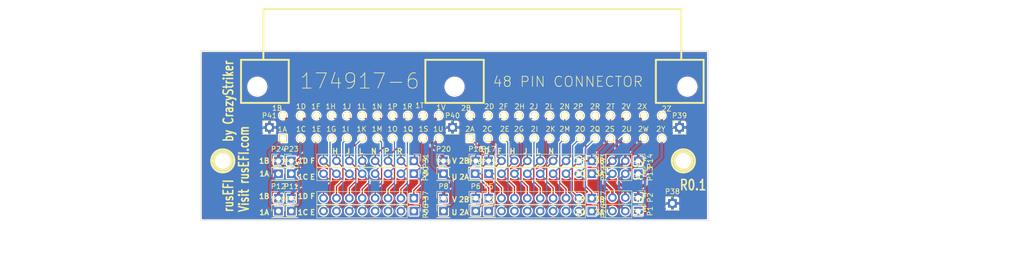
<source format=kicad_pcb>
(kicad_pcb (version 20171130) (host pcbnew "(5.1.2)-1")
  (title_block (title "ECU adapter") (date 2017-02-05) (rev R0.2) (company DAECU))
  (layers (0 F.Cu signal) (31 B.Cu signal) (34 B.Paste user) (35 F.Paste user) (36 B.SilkS user) (37 F.SilkS user) (38 B.Mask user) (39 F.Mask user) (44 Edge.Cuts user))
  (net 0 "")
  (net 1 GND)
  (net 2 "Net-(P1-Pad1)")
  (net 3 "Net-(P1-Pad2)")
  (net 4 "Net-(P1-Pad3)")
  (net 5 "Net-(P10-Pad1)")
  (net 6 "Net-(P11-Pad1)")
  (net 7 "Net-(P12-Pad1)")
  (net 8 "Net-(P14-Pad1)")
  (net 9 "Net-(P14-Pad2)")
  (net 10 "Net-(P14-Pad3)")
  (net 11 "Net-(P15-Pad1)")
  (net 12 "Net-(P16-Pad1)")
  (net 13 "Net-(P17-Pad1)")
  (net 14 "Net-(P18-Pad1)")
  (net 15 "Net-(P19-Pad1)")
  (net 16 "Net-(P20-Pad1)")
  (net 17 "Net-(P21-Pad1)")
  (net 18 "Net-(P25-Pad45)")
  (net 19 "Net-(P25-Pad37)")
  (net 20 "Net-(P25-Pad38)")
  (net 21 "Net-(P25-Pad46)")
  (net 22 "Net-(P25-Pad48)")
  (net 23 "Net-(P25-Pad40)")
  (net 24 "Net-(P25-Pad39)")
  (net 25 "Net-(P25-Pad47)")
  (net 26 "Net-(P25-Pad43)")
  (net 27 "Net-(P25-Pad35)")
  (net 28 "Net-(P25-Pad36)")
  (net 29 "Net-(P25-Pad44)")
  (net 30 "Net-(P25-Pad42)")
  (net 31 "Net-(P25-Pad34)")
  (net 32 "Net-(P25-Pad33)")
  (net 33 "Net-(P25-Pad41)")
  (net 34 "Net-(P25-Pad21)")
  (net 35 "Net-(P25-Pad29)")
  (net 36 "Net-(P25-Pad22)")
  (net 37 "Net-(P25-Pad30)")
  (net 38 "Net-(P25-Pad24)")
  (net 39 "Net-(P25-Pad32)")
  (net 40 "Net-(P25-Pad23)")
  (net 41 "Net-(P25-Pad31)")
  (net 42 "Net-(P25-Pad19)")
  (net 43 "Net-(P25-Pad27)")
  (net 44 "Net-(P25-Pad20)")
  (net 45 "Net-(P25-Pad28)")
  (net 46 "Net-(P25-Pad18)")
  (net 47 "Net-(P25-Pad26)")
  (net 48 "Net-(P25-Pad17)")
  (net 49 "Net-(P25-Pad25)")
  (module connector:174917 (layer F.Cu) (at 69.723 57.785)
    (fp_text reference P25 hide)
    (fp_text value 174917 hide)
    (fp_text user "48 PIN CONNECTOR" (at 56.134 -11.176) (layer F.SilkS) (effects (font (size 2 2))))
    (fp_text user 174917-6 (at 15.113 -11.303) (layer F.SilkS) (effects (font (size 3 3))))
    (fp_text user 2Z (at 75.565 -5.842) (layer F.SilkS))
    (fp_text user 2Y (at 74.422 -1.841) (layer F.SilkS))
    (fp_text user 2X (at 70.739 -6.294) (layer F.SilkS))
    (fp_text user 2W (at 70.993 -1.841) (layer F.SilkS))
    (fp_text user 2V (at 67.564 -6.294) (layer F.SilkS))
    (fp_text user 2U (at 67.691 -1.841) (layer F.SilkS))
    (fp_text user 2T (at 64.516 -6.294) (layer F.SilkS))
    (fp_text user 2S (at 64.389 -1.841) (layer F.SilkS))
    (fp_text user 2R (at 61.468 -6.294) (layer F.SilkS))
    (fp_text user 2Q (at 61.468 -1.841) (layer F.SilkS))
    (fp_text user 2P (at 58.166 -6.294) (layer F.SilkS))
    (fp_text user 2O (at 58.547 -1.841) (layer F.SilkS))
    (fp_text user 2N (at 55.499 -6.294) (layer F.SilkS))
    (fp_text user 2M (at 55.499 -1.841) (layer F.SilkS))
    (fp_text user 2L (at 52.451 -6.294) (layer F.SilkS))
    (fp_text user 2K (at 52.705 -1.841) (layer F.SilkS))
    (fp_text user 2J (at 49.403 -6.294) (layer F.SilkS))
    (fp_text user 2I (at 49.53 -1.841) (layer F.SilkS))
    (fp_text user 2H (at 46.609 -6.294) (layer F.SilkS))
    (fp_text user 2G (at 46.482 -1.841) (layer F.SilkS))
    (fp_text user 2F (at 43.434 -6.294) (layer F.SilkS))
    (fp_text user 2E (at 43.688 -1.841) (layer F.SilkS))
    (fp_text user 2D (at 40.64 -6.294) (layer F.SilkS))
    (fp_text user 2C (at 40.259 -1.841) (layer F.SilkS))
    (fp_text user 2B (at 36.068 -5.969) (layer F.SilkS))
    (fp_text user 2A (at 36.83 -1.841) (layer F.SilkS))
    (fp_text user 1V (at 31.115 -6.096) (layer F.SilkS))
    (fp_text user 1U (at 30.607 -1.841) (layer F.SilkS))
    (fp_text user 1T (at 26.924 -6.477) (layer F.SilkS))
    (fp_text user 1S (at 27.686 -1.841) (layer F.SilkS))
    (fp_text user 1R (at 24.511 -6.294) (layer F.SilkS))
    (fp_text user 1Q (at 24.638 -1.841) (layer F.SilkS))
    (fp_text user 1P (at 21.59 -6.294) (layer F.SilkS))
    (fp_text user 1O (at 21.59 -1.841) (layer F.SilkS))
    (fp_text user 1N (at 18.542 -6.294) (layer F.SilkS))
    (fp_text user 1M (at 18.542 -1.841) (layer F.SilkS))
    (fp_text user 1L (at 15.494 -6.294) (layer F.SilkS))
    (fp_text user 1K (at 15.494 -1.841) (layer F.SilkS))
    (fp_text user 1J (at 12.573 -6.294) (layer F.SilkS))
    (fp_text user 1I (at 12.319 -1.841) (layer F.SilkS))
    (fp_text user 1H (at 9.398 -6.294) (layer F.SilkS))
    (fp_text user 1G (at 9.525 -1.841) (layer F.SilkS))
    (fp_text user 1F (at 6.477 -6.294) (layer F.SilkS))
    (fp_text user 1E (at 6.604 -1.841) (layer F.SilkS))
    (fp_text user 1D (at 3.556 -6.294) (layer F.SilkS))
    (fp_text user 1C (at 3.556 -1.841) (layer F.SilkS))
    (fp_text user 1B (at -1.143 -5.969) (layer F.SilkS))
    (fp_text user 1A (at -0.127 -1.778) (layer F.SilkS))
    (pad 16 thru_hole circle (at 0.00254 -4.50088 180) (size 1.5 1.5) (drill 1.09982) (layers *.Cu *.Mask F.SilkS) (net 7 "Net-(P12-Pad1)"))
    (pad 13 thru_hole rect (at 0.00254 0) (size 1.5 1.5) (drill 1.09982) (layers *.Cu *.Mask F.SilkS) (net 5 "Net-(P10-Pad1)"))
    (pad 12 thru_hole circle (at 3.50012 0) (size 1.5 1.5) (drill 1.09982) (layers *.Cu *.Mask F.SilkS) (net 17 "Net-(P21-Pad1)"))
    (pad 15 thru_hole circle (at 3.50012 -4.50088 180) (size 1.5 1.5) (drill 1.09982) (layers *.Cu *.Mask F.SilkS) (net 6 "Net-(P11-Pad1)"))
    (pad 45 thru_hole circle (at 15.60068 -4.50088 180) (size 1.5 1.5) (drill 1.09982) (layers *.Cu *.Mask F.SilkS) (net 18 "Net-(P25-Pad45)"))
    (pad 37 thru_hole circle (at 15.60068 0) (size 1.5 1.5) (drill 1.09982) (layers *.Cu *.Mask F.SilkS) (net 19 "Net-(P25-Pad37)"))
    (pad 38 thru_hole circle (at 12.60094 0) (size 1.5 1.5) (drill 1.09982) (layers *.Cu *.Mask F.SilkS) (net 20 "Net-(P25-Pad38)"))
    (pad 46 thru_hole circle (at 12.60094 -4.50088 180) (size 1.5 1.5) (drill 1.09982) (layers *.Cu *.Mask F.SilkS) (net 21 "Net-(P25-Pad46)"))
    (pad 48 thru_hole circle (at 6.60146 -4.50088 180) (size 1.5 1.5) (drill 1.09982) (layers *.Cu *.Mask F.SilkS) (net 22 "Net-(P25-Pad48)"))
    (pad 40 thru_hole circle (at 6.60146 0) (size 1.5 1.5) (drill 1.09982) (layers *.Cu *.Mask F.SilkS) (net 23 "Net-(P25-Pad40)"))
    (pad 39 thru_hole circle (at 9.6012 0) (size 1.5 1.5) (drill 1.09982) (layers *.Cu *.Mask F.SilkS) (net 24 "Net-(P25-Pad39)"))
    (pad 47 thru_hole circle (at 9.6012 -4.50088 180) (size 1.5 1.5) (drill 1.09982) (layers *.Cu *.Mask F.SilkS) (net 25 "Net-(P25-Pad47)"))
    (pad 43 thru_hole circle (at 21.60016 -4.50088 180) (size 1.5 1.5) (drill 1.09982) (layers *.Cu *.Mask F.SilkS) (net 26 "Net-(P25-Pad43)"))
    (pad 35 thru_hole circle (at 21.60016 0) (size 1.5 1.5) (drill 1.09982) (layers *.Cu *.Mask F.SilkS) (net 27 "Net-(P25-Pad35)"))
    (pad 36 thru_hole circle (at 18.60042 0) (size 1.5 1.5) (drill 1.09982) (layers *.Cu *.Mask F.SilkS) (net 28 "Net-(P25-Pad36)"))
    (pad 44 thru_hole circle (at 18.60042 -4.50088 180) (size 1.5 1.5) (drill 1.09982) (layers *.Cu *.Mask F.SilkS) (net 29 "Net-(P25-Pad44)"))
    (pad 42 thru_hole circle (at 24.5999 -4.50088 180) (size 1.5 1.5) (drill 1.09982) (layers *.Cu *.Mask F.SilkS) (net 30 "Net-(P25-Pad42)"))
    (pad 34 thru_hole circle (at 24.5999 0) (size 1.5 1.5) (drill 1.09982) (layers *.Cu *.Mask F.SilkS) (net 31 "Net-(P25-Pad34)"))
    (pad 33 thru_hole circle (at 27.59964 0) (size 1.5 1.5) (drill 1.09982) (layers *.Cu *.Mask F.SilkS) (net 32 "Net-(P25-Pad33)"))
    (pad 41 thru_hole circle (at 27.59964 -4.50088 180) (size 1.5 1.5) (drill 1.09982) (layers *.Cu *.Mask F.SilkS) (net 33 "Net-(P25-Pad41)"))
    (pad 14 thru_hole circle (at 30.70098 -4.50088 180) (size 1.5 1.5) (drill 1.09982) (layers *.Cu *.Mask F.SilkS) (net 16 "Net-(P20-Pad1)"))
    (pad 11 thru_hole circle (at 30.70098 0) (size 1.5 1.5) (drill 1.09982) (layers *.Cu *.Mask F.SilkS) (net 15 "Net-(P19-Pad1)"))
    (pad 4 thru_hole circle (at 40.40124 0) (size 1.5 1.5) (drill 1.09982) (layers *.Cu *.Mask F.SilkS) (net 11 "Net-(P15-Pad1)"))
    (pad 9 thru_hole circle (at 40.40124 -4.50088 180) (size 1.5 1.5) (drill 1.09982) (layers *.Cu *.Mask F.SilkS) (net 13 "Net-(P17-Pad1)"))
    (pad 5 thru_hole rect (at 36.90112 0) (size 1.5 1.5) (drill 1.09982) (layers *.Cu *.Mask F.SilkS) (net 12 "Net-(P16-Pad1)"))
    (pad 10 thru_hole circle (at 36.90112 -4.50088 180) (size 1.5 1.5) (drill 1.09982) (layers *.Cu *.Mask F.SilkS) (net 14 "Net-(P18-Pad1)"))
    (pad 21 thru_hole circle (at 52.50434 0) (size 1.5 1.5) (drill 1.09982) (layers *.Cu *.Mask F.SilkS) (net 34 "Net-(P25-Pad21)"))
    (pad 29 thru_hole circle (at 52.50434 -4.50088 180) (size 1.5 1.5) (drill 1.09982) (layers *.Cu *.Mask F.SilkS) (net 35 "Net-(P25-Pad29)"))
    (pad 22 thru_hole circle (at 49.5046 0) (size 1.5 1.5) (drill 1.09982) (layers *.Cu *.Mask F.SilkS) (net 36 "Net-(P25-Pad22)"))
    (pad 30 thru_hole circle (at 49.5046 -4.50088 180) (size 1.5 1.5) (drill 1.09982) (layers *.Cu *.Mask F.SilkS) (net 37 "Net-(P25-Pad30)"))
    (pad 24 thru_hole circle (at 43.50512 0) (size 1.5 1.5) (drill 1.09982) (layers *.Cu *.Mask F.SilkS) (net 38 "Net-(P25-Pad24)"))
    (pad 32 thru_hole circle (at 43.50512 -4.50088 180) (size 1.5 1.5) (drill 1.09982) (layers *.Cu *.Mask F.SilkS) (net 39 "Net-(P25-Pad32)"))
    (pad 23 thru_hole circle (at 46.50486 0) (size 1.5 1.5) (drill 1.09982) (layers *.Cu *.Mask F.SilkS) (net 40 "Net-(P25-Pad23)"))
    (pad 31 thru_hole circle (at 46.50486 -4.50088 180) (size 1.5 1.5) (drill 1.09982) (layers *.Cu *.Mask F.SilkS) (net 41 "Net-(P25-Pad31)"))
    (pad 19 thru_hole circle (at 58.50382 0) (size 1.5 1.5) (drill 1.09982) (layers *.Cu *.Mask F.SilkS) (net 42 "Net-(P25-Pad19)"))
    (pad 27 thru_hole circle (at 58.50382 -4.50088 180) (size 1.5 1.5) (drill 1.09982) (layers *.Cu *.Mask F.SilkS) (net 43 "Net-(P25-Pad27)"))
    (pad 20 thru_hole circle (at 55.50408 0) (size 1.5 1.5) (drill 1.09982) (layers *.Cu *.Mask F.SilkS) (net 44 "Net-(P25-Pad20)"))
    (pad 28 thru_hole circle (at 55.50408 -4.50088 180) (size 1.5 1.5) (drill 1.09982) (layers *.Cu *.Mask F.SilkS) (net 45 "Net-(P25-Pad28)"))
    (pad 18 thru_hole circle (at 61.50356 0) (size 1.5 1.5) (drill 1.09982) (layers *.Cu *.Mask F.SilkS) (net 46 "Net-(P25-Pad18)"))
    (pad 26 thru_hole circle (at 61.50356 -4.50088 180) (size 1.5 1.5) (drill 1.09982) (layers *.Cu *.Mask F.SilkS) (net 47 "Net-(P25-Pad26)"))
    (pad 17 thru_hole circle (at 64.5033 0) (size 1.5 1.5) (drill 1.09982) (layers *.Cu *.Mask F.SilkS) (net 48 "Net-(P25-Pad17)"))
    (pad 25 thru_hole circle (at 64.5033 -4.50088 180) (size 1.5 1.5) (drill 1.09982) (layers *.Cu *.Mask F.SilkS) (net 49 "Net-(P25-Pad25)"))
    (pad 3 thru_hole circle (at 67.60464 0) (size 1.5 1.5) (drill 1.09982) (layers *.Cu *.Mask F.SilkS) (net 4 "Net-(P1-Pad3)"))
    (pad 8 thru_hole circle (at 67.60464 -4.50088 180) (size 1.5 1.5) (drill 1.09982) (layers *.Cu *.Mask F.SilkS) (net 10 "Net-(P14-Pad3)"))
    (pad 2 thru_hole circle (at 71.10476 0) (size 1.5 1.5) (drill 1.09982) (layers *.Cu *.Mask F.SilkS) (net 3 "Net-(P1-Pad2)"))
    (pad 7 thru_hole circle (at 71.10476 -4.50088 180) (size 1.5 1.5) (drill 1.09982) (layers *.Cu *.Mask F.SilkS) (net 9 "Net-(P14-Pad2)"))
    (pad "" thru_hole circle (at -5.04952 -10.20064) (size 3.50012 3.50012) (drill 3.50012) (layers *.Cu *.Mask F.SilkS))
    (pad "" thru_hole circle (at 33.80486 -10.20064) (size 3.50012 3.50012) (drill 3.50012) (layers *.Cu *.Mask F.SilkS))
    (pad 1 thru_hole circle (at 74.60488 0) (size 1.5 1.5) (drill 1.09982) (layers *.Cu *.Mask F.SilkS) (net 2 "Net-(P1-Pad1)"))
    (pad 6 thru_hole circle (at 74.60488 -4.50088 180) (size 1.5 1.5) (drill 1.09982) (layers *.Cu *.Mask F.SilkS) (net 8 "Net-(P14-Pad1)"))
    (pad "" thru_hole circle (at 79.6544 -10.20064) (size 3.50012 3.50012) (drill 3.50012) (layers *.Cu *.Mask F.SilkS))
  )
  (module 1pin (layer F.Cu) (at 57.88 62.23)
    (fp_text reference 1PIN hide)
    (fp_text value P*** hide)
    (pad 1 thru_hole circle (at 0 0) (size 4.064 4.064) (drill 3.048) (layers *.Cu *.Mask F.SilkS))
  )
  (module 1pin (layer F.Cu) (at 148.59 62.23)
    (fp_text reference 1PIN hide)
    (fp_text value P*** hide)
    (pad 1 thru_hole circle (at 0 0) (size 4.064 4.064) (drill 3.048) (layers *.Cu *.Mask F.SilkS))
  )
  (module Connector_PinHeader_2.54mm:PinHeader_1x03_P2.54mm_Vertical (layer F.Cu) (at 139.7 72.136 270)
    (fp_text reference P1 (at 0 -2.33 90) (layer F.SilkS))
    (fp_text value CONN_3)
    (pad 1 thru_hole rect (at 0 0 270) (size 1.7 1.7) (drill 1) (layers *.Cu *.Mask) (net 2 "Net-(P1-Pad1)"))
    (pad 2 thru_hole oval (at 0 2.54 270) (size 1.7 1.7) (drill 1) (layers *.Cu *.Mask) (net 3 "Net-(P1-Pad2)"))
    (pad 3 thru_hole oval (at 0 5.08 270) (size 1.7 1.7) (drill 1) (layers *.Cu *.Mask) (net 4 "Net-(P1-Pad3)"))
  )
  (module Connector_PinHeader_2.54mm:PinHeader_1x03_P2.54mm_Vertical (layer F.Cu) (at 139.7 69.469 270)
    (fp_text reference P2 (at 0 -2.33 90) (layer F.SilkS))
    (fp_text value CONN_3)
    (pad 3 thru_hole oval (at 0 5.08 270) (size 1.7 1.7) (drill 1) (layers *.Cu *.Mask) (net 10 "Net-(P14-Pad3)"))
    (pad 2 thru_hole oval (at 0 2.54 270) (size 1.7 1.7) (drill 1) (layers *.Cu *.Mask) (net 9 "Net-(P14-Pad2)"))
    (pad 1 thru_hole rect (at 0 0 270) (size 1.7 1.7) (drill 1) (layers *.Cu *.Mask) (net 8 "Net-(P14-Pad1)"))
  )
  (module Connector_PinHeader_2.54mm:PinHeader_1x01_P2.54mm_Vertical (layer F.Cu) (at 110.236 72.136)
    (fp_text reference P3 (at 0 -2.33) (layer F.SilkS))
    (fp_text value CONN_1)
    (pad 1 thru_hole rect (at 0 0) (size 1.7 1.7) (drill 1) (layers *.Cu *.Mask) (net 11 "Net-(P15-Pad1)"))
  )
  (module Connector_PinHeader_2.54mm:PinHeader_1x01_P2.54mm_Vertical (layer F.Cu) (at 107.696 72.136)
    (fp_text reference P4 (at 0 -2.33) (layer F.SilkS))
    (fp_text value CONN_1)
    (pad 1 thru_hole rect (at 0 0) (size 1.7 1.7) (drill 1) (layers *.Cu *.Mask) (net 12 "Net-(P16-Pad1)"))
  )
  (module Connector_PinHeader_2.54mm:PinHeader_1x01_P2.54mm_Vertical (layer F.Cu) (at 110.236 69.596)
    (fp_text reference P5 (at 0 -2.33) (layer F.SilkS))
    (fp_text value CONN_1)
    (pad 1 thru_hole rect (at 0 0) (size 1.7 1.7) (drill 1) (layers *.Cu *.Mask) (net 13 "Net-(P17-Pad1)"))
  )
  (module Connector_PinHeader_2.54mm:PinHeader_1x01_P2.54mm_Vertical (layer F.Cu) (at 107.696 69.596)
    (fp_text reference P6 (at 0 -2.33) (layer F.SilkS))
    (fp_text value CONN_1)
    (pad 1 thru_hole rect (at 0 0) (size 1.7 1.7) (drill 1) (layers *.Cu *.Mask) (net 14 "Net-(P18-Pad1)"))
  )
  (module Connector_PinHeader_2.54mm:PinHeader_1x01_P2.54mm_Vertical (layer F.Cu) (at 101.346 72.136)
    (fp_text reference P7 (at 0 -2.33) (layer F.SilkS))
    (fp_text value CONN_1)
    (pad 1 thru_hole rect (at 0 0) (size 1.7 1.7) (drill 1) (layers *.Cu *.Mask) (net 15 "Net-(P19-Pad1)"))
  )
  (module Connector_PinHeader_2.54mm:PinHeader_1x01_P2.54mm_Vertical (layer F.Cu) (at 101.346 69.596)
    (fp_text reference P8 (at 0 -2.33) (layer F.SilkS))
    (fp_text value CONN_1)
    (pad 1 thru_hole rect (at 0 0) (size 1.7 1.7) (drill 1) (layers *.Cu *.Mask) (net 16 "Net-(P20-Pad1)"))
  )
  (module Connector_PinHeader_2.54mm:PinHeader_1x01_P2.54mm_Vertical (layer F.Cu) (at 71.374 72.136)
    (fp_text reference P9 (at 0 -2.33) (layer F.SilkS))
    (fp_text value CONN_1)
    (pad 1 thru_hole rect (at 0 0) (size 1.7 1.7) (drill 1) (layers *.Cu *.Mask) (net 17 "Net-(P21-Pad1)"))
  )
  (module Connector_PinHeader_2.54mm:PinHeader_1x01_P2.54mm_Vertical (layer F.Cu) (at 68.834 72.136)
    (fp_text reference P10 (at 0 -2.33) (layer F.SilkS))
    (fp_text value CONN_1)
    (pad 1 thru_hole rect (at 0 0) (size 1.7 1.7) (drill 1) (layers *.Cu *.Mask) (net 5 "Net-(P10-Pad1)"))
  )
  (module Connector_PinHeader_2.54mm:PinHeader_1x01_P2.54mm_Vertical (layer F.Cu) (at 71.374 69.596)
    (fp_text reference P11 (at 0 -2.33) (layer F.SilkS))
    (fp_text value CONN_1)
    (pad 1 thru_hole rect (at 0 0) (size 1.7 1.7) (drill 1) (layers *.Cu *.Mask) (net 6 "Net-(P11-Pad1)"))
  )
  (module Connector_PinHeader_2.54mm:PinHeader_1x01_P2.54mm_Vertical (layer F.Cu) (at 68.834 69.596)
    (fp_text reference P12 (at 0 -2.33) (layer F.SilkS))
    (fp_text value CONN_1)
    (pad 1 thru_hole rect (at 0 0) (size 1.7 1.7) (drill 1) (layers *.Cu *.Mask) (net 7 "Net-(P12-Pad1)"))
  )
  (module Connector_PinHeader_2.54mm:PinHeader_1x03_P2.54mm_Vertical (layer F.Cu) (at 139.7 64.77 270)
    (fp_text reference P13 (at 0 -2.33 90) (layer F.SilkS))
    (fp_text value CONN_3)
    (pad 3 thru_hole oval (at 0 5.08 270) (size 1.7 1.7) (drill 1) (layers *.Cu *.Mask) (net 4 "Net-(P1-Pad3)"))
    (pad 2 thru_hole oval (at 0 2.54 270) (size 1.7 1.7) (drill 1) (layers *.Cu *.Mask) (net 3 "Net-(P1-Pad2)"))
    (pad 1 thru_hole rect (at 0 0 270) (size 1.7 1.7) (drill 1) (layers *.Cu *.Mask) (net 2 "Net-(P1-Pad1)"))
  )
  (module Connector_PinHeader_2.54mm:PinHeader_1x03_P2.54mm_Vertical (layer F.Cu) (at 139.7 62.23 270)
    (fp_text reference P14 (at 0 -2.33 90) (layer F.SilkS))
    (fp_text value CONN_3)
    (pad 1 thru_hole rect (at 0 0 270) (size 1.7 1.7) (drill 1) (layers *.Cu *.Mask) (net 8 "Net-(P14-Pad1)"))
    (pad 2 thru_hole oval (at 0 2.54 270) (size 1.7 1.7) (drill 1) (layers *.Cu *.Mask) (net 9 "Net-(P14-Pad2)"))
    (pad 3 thru_hole oval (at 0 5.08 270) (size 1.7 1.7) (drill 1) (layers *.Cu *.Mask) (net 10 "Net-(P14-Pad3)"))
  )
  (module Connector_PinHeader_2.54mm:PinHeader_1x01_P2.54mm_Vertical (layer F.Cu) (at 110.236 64.77)
    (fp_text reference P15 (at 0 -2.33) (layer F.SilkS))
    (fp_text value CONN_1)
    (pad 1 thru_hole rect (at 0 0) (size 1.7 1.7) (drill 1) (layers *.Cu *.Mask) (net 11 "Net-(P15-Pad1)"))
  )
  (module Connector_PinHeader_2.54mm:PinHeader_1x01_P2.54mm_Vertical (layer F.Cu) (at 107.569 64.77)
    (fp_text reference P16 (at 0 -2.33) (layer F.SilkS))
    (fp_text value CONN_1)
    (pad 1 thru_hole rect (at 0 0) (size 1.7 1.7) (drill 1) (layers *.Cu *.Mask) (net 12 "Net-(P16-Pad1)"))
  )
  (module Connector_PinHeader_2.54mm:PinHeader_1x01_P2.54mm_Vertical (layer F.Cu) (at 110.236 62.23)
    (fp_text reference P17 (at 0 -2.33) (layer F.SilkS))
    (fp_text value CONN_1)
    (pad 1 thru_hole rect (at 0 0) (size 1.7 1.7) (drill 1) (layers *.Cu *.Mask) (net 13 "Net-(P17-Pad1)"))
  )
  (module Connector_PinHeader_2.54mm:PinHeader_1x01_P2.54mm_Vertical (layer F.Cu) (at 107.696 62.23)
    (fp_text reference P18 (at 0 -2.33) (layer F.SilkS))
    (fp_text value CONN_1)
    (pad 1 thru_hole rect (at 0 0) (size 1.7 1.7) (drill 1) (layers *.Cu *.Mask) (net 14 "Net-(P18-Pad1)"))
  )
  (module Connector_PinHeader_2.54mm:PinHeader_1x01_P2.54mm_Vertical (layer F.Cu) (at 101.346 64.77)
    (fp_text reference P19 (at 0 -2.33) (layer F.SilkS))
    (fp_text value CONN_1)
    (pad 1 thru_hole rect (at 0 0) (size 1.7 1.7) (drill 1) (layers *.Cu *.Mask) (net 15 "Net-(P19-Pad1)"))
  )
  (module Connector_PinHeader_2.54mm:PinHeader_1x01_P2.54mm_Vertical (layer F.Cu) (at 101.346 62.23)
    (fp_text reference P20 (at 0 -2.33) (layer F.SilkS))
    (fp_text value CONN_1)
    (pad 1 thru_hole rect (at 0 0) (size 1.7 1.7) (drill 1) (layers *.Cu *.Mask) (net 16 "Net-(P20-Pad1)"))
  )
  (module Connector_PinHeader_2.54mm:PinHeader_1x01_P2.54mm_Vertical (layer F.Cu) (at 71.374 64.77)
    (fp_text reference P21 (at 0 -2.33) (layer F.SilkS))
    (fp_text value CONN_1)
    (pad 1 thru_hole rect (at 0 0) (size 1.7 1.7) (drill 1) (layers *.Cu *.Mask) (net 17 "Net-(P21-Pad1)"))
  )
  (module Connector_PinHeader_2.54mm:PinHeader_1x01_P2.54mm_Vertical (layer F.Cu) (at 68.834 64.77)
    (fp_text reference P22 (at 0 -2.33) (layer F.SilkS))
    (fp_text value CONN_1)
    (pad 1 thru_hole rect (at 0 0) (size 1.7 1.7) (drill 1) (layers *.Cu *.Mask) (net 5 "Net-(P10-Pad1)"))
  )
  (module Connector_PinHeader_2.54mm:PinHeader_1x01_P2.54mm_Vertical (layer F.Cu) (at 71.374 62.23)
    (fp_text reference P23 (at 0 -2.33) (layer F.SilkS))
    (fp_text value CONN_1)
    (pad 1 thru_hole rect (at 0 0) (size 1.7 1.7) (drill 1) (layers *.Cu *.Mask) (net 6 "Net-(P11-Pad1)"))
  )
  (module Connector_PinHeader_2.54mm:PinHeader_1x01_P2.54mm_Vertical (layer F.Cu) (at 68.834 62.23)
    (fp_text reference P24 (at 0 -2.33) (layer F.SilkS))
    (fp_text value CONN_1)
    (pad 1 thru_hole rect (at 0 0) (size 1.7 1.7) (drill 1) (layers *.Cu *.Mask) (net 7 "Net-(P12-Pad1)"))
  )
  (module Connector_PinHeader_2.54mm:PinHeader_1x08_P2.54mm_Vertical (layer F.Cu) (at 130.556 72.136 270)
    (fp_text reference P26 (at 0 -2.33 90) (layer F.SilkS))
    (fp_text value CONN_8)
    (pad 1 thru_hole rect (at 0 0 270) (size 1.7 1.7) (drill 1) (layers *.Cu *.Mask) (net 48 "Net-(P25-Pad17)"))
    (pad 2 thru_hole oval (at 0 2.54 270) (size 1.7 1.7) (drill 1) (layers *.Cu *.Mask) (net 46 "Net-(P25-Pad18)"))
    (pad 3 thru_hole oval (at 0 5.08 270) (size 1.7 1.7) (drill 1) (layers *.Cu *.Mask) (net 42 "Net-(P25-Pad19)"))
    (pad 4 thru_hole oval (at 0 7.62 270) (size 1.7 1.7) (drill 1) (layers *.Cu *.Mask) (net 44 "Net-(P25-Pad20)"))
    (pad 5 thru_hole oval (at 0 10.16 270) (size 1.7 1.7) (drill 1) (layers *.Cu *.Mask) (net 34 "Net-(P25-Pad21)"))
    (pad 6 thru_hole oval (at 0 12.7 270) (size 1.7 1.7) (drill 1) (layers *.Cu *.Mask) (net 36 "Net-(P25-Pad22)"))
    (pad 7 thru_hole oval (at 0 15.24 270) (size 1.7 1.7) (drill 1) (layers *.Cu *.Mask) (net 40 "Net-(P25-Pad23)"))
    (pad 8 thru_hole oval (at 0 17.78 270) (size 1.7 1.7) (drill 1) (layers *.Cu *.Mask) (net 38 "Net-(P25-Pad24)"))
  )
  (module Connector_PinHeader_2.54mm:PinHeader_1x08_P2.54mm_Vertical (layer F.Cu) (at 130.556 69.596 270)
    (fp_text reference P27 (at 0 -2.33 90) (layer F.SilkS))
    (fp_text value CONN_8)
    (pad 8 thru_hole oval (at 0 17.78 270) (size 1.7 1.7) (drill 1) (layers *.Cu *.Mask) (net 39 "Net-(P25-Pad32)"))
    (pad 7 thru_hole oval (at 0 15.24 270) (size 1.7 1.7) (drill 1) (layers *.Cu *.Mask) (net 41 "Net-(P25-Pad31)"))
    (pad 6 thru_hole oval (at 0 12.7 270) (size 1.7 1.7) (drill 1) (layers *.Cu *.Mask) (net 37 "Net-(P25-Pad30)"))
    (pad 5 thru_hole oval (at 0 10.16 270) (size 1.7 1.7) (drill 1) (layers *.Cu *.Mask) (net 35 "Net-(P25-Pad29)"))
    (pad 4 thru_hole oval (at 0 7.62 270) (size 1.7 1.7) (drill 1) (layers *.Cu *.Mask) (net 45 "Net-(P25-Pad28)"))
    (pad 3 thru_hole oval (at 0 5.08 270) (size 1.7 1.7) (drill 1) (layers *.Cu *.Mask) (net 43 "Net-(P25-Pad27)"))
    (pad 2 thru_hole oval (at 0 2.54 270) (size 1.7 1.7) (drill 1) (layers *.Cu *.Mask) (net 47 "Net-(P25-Pad26)"))
    (pad 1 thru_hole rect (at 0 0 270) (size 1.7 1.7) (drill 1) (layers *.Cu *.Mask) (net 49 "Net-(P25-Pad25)"))
  )
  (module Connector_PinHeader_2.54mm:PinHeader_1x08_P2.54mm_Vertical (layer F.Cu) (at 95.504 64.77 270)
    (fp_text reference P30 (at 0 -2.33 90) (layer F.SilkS))
    (fp_text value CONN_8)
    (pad 1 thru_hole rect (at 0 0 270) (size 1.7 1.7) (drill 1) (layers *.Cu *.Mask) (net 32 "Net-(P25-Pad33)"))
    (pad 2 thru_hole oval (at 0 2.54 270) (size 1.7 1.7) (drill 1) (layers *.Cu *.Mask) (net 31 "Net-(P25-Pad34)"))
    (pad 3 thru_hole oval (at 0 5.08 270) (size 1.7 1.7) (drill 1) (layers *.Cu *.Mask) (net 27 "Net-(P25-Pad35)"))
    (pad 4 thru_hole oval (at 0 7.62 270) (size 1.7 1.7) (drill 1) (layers *.Cu *.Mask) (net 28 "Net-(P25-Pad36)"))
    (pad 5 thru_hole oval (at 0 10.16 270) (size 1.7 1.7) (drill 1) (layers *.Cu *.Mask) (net 19 "Net-(P25-Pad37)"))
    (pad 6 thru_hole oval (at 0 12.7 270) (size 1.7 1.7) (drill 1) (layers *.Cu *.Mask) (net 20 "Net-(P25-Pad38)"))
    (pad 7 thru_hole oval (at 0 15.24 270) (size 1.7 1.7) (drill 1) (layers *.Cu *.Mask) (net 24 "Net-(P25-Pad39)"))
    (pad 8 thru_hole oval (at 0 17.78 270) (size 1.7 1.7) (drill 1) (layers *.Cu *.Mask) (net 23 "Net-(P25-Pad40)"))
  )
  (module Connector_PinHeader_2.54mm:PinHeader_1x08_P2.54mm_Vertical (layer F.Cu) (at 95.504 62.23 270)
    (fp_text reference P31 (at 0 -2.33 90) (layer F.SilkS))
    (fp_text value CONN_8)
    (pad 8 thru_hole oval (at 0 17.78 270) (size 1.7 1.7) (drill 1) (layers *.Cu *.Mask) (net 22 "Net-(P25-Pad48)"))
    (pad 7 thru_hole oval (at 0 15.24 270) (size 1.7 1.7) (drill 1) (layers *.Cu *.Mask) (net 25 "Net-(P25-Pad47)"))
    (pad 6 thru_hole oval (at 0 12.7 270) (size 1.7 1.7) (drill 1) (layers *.Cu *.Mask) (net 21 "Net-(P25-Pad46)"))
    (pad 5 thru_hole oval (at 0 10.16 270) (size 1.7 1.7) (drill 1) (layers *.Cu *.Mask) (net 18 "Net-(P25-Pad45)"))
    (pad 4 thru_hole oval (at 0 7.62 270) (size 1.7 1.7) (drill 1) (layers *.Cu *.Mask) (net 29 "Net-(P25-Pad44)"))
    (pad 3 thru_hole oval (at 0 5.08 270) (size 1.7 1.7) (drill 1) (layers *.Cu *.Mask) (net 26 "Net-(P25-Pad43)"))
    (pad 2 thru_hole oval (at 0 2.54 270) (size 1.7 1.7) (drill 1) (layers *.Cu *.Mask) (net 30 "Net-(P25-Pad42)"))
    (pad 1 thru_hole rect (at 0 0 270) (size 1.7 1.7) (drill 1) (layers *.Cu *.Mask) (net 33 "Net-(P25-Pad41)"))
  )
  (module Connector_PinHeader_2.54mm:PinHeader_1x08_P2.54mm_Vertical (layer F.Cu) (at 130.556 64.77 270)
    (fp_text reference P32 (at 0 -2.33 90) (layer F.SilkS))
    (fp_text value CONN_8)
    (pad 8 thru_hole oval (at 0 17.78 270) (size 1.7 1.7) (drill 1) (layers *.Cu *.Mask) (net 38 "Net-(P25-Pad24)"))
    (pad 7 thru_hole oval (at 0 15.24 270) (size 1.7 1.7) (drill 1) (layers *.Cu *.Mask) (net 40 "Net-(P25-Pad23)"))
    (pad 6 thru_hole oval (at 0 12.7 270) (size 1.7 1.7) (drill 1) (layers *.Cu *.Mask) (net 36 "Net-(P25-Pad22)"))
    (pad 5 thru_hole oval (at 0 10.16 270) (size 1.7 1.7) (drill 1) (layers *.Cu *.Mask) (net 34 "Net-(P25-Pad21)"))
    (pad 4 thru_hole oval (at 0 7.62 270) (size 1.7 1.7) (drill 1) (layers *.Cu *.Mask) (net 44 "Net-(P25-Pad20)"))
    (pad 3 thru_hole oval (at 0 5.08 270) (size 1.7 1.7) (drill 1) (layers *.Cu *.Mask) (net 42 "Net-(P25-Pad19)"))
    (pad 2 thru_hole oval (at 0 2.54 270) (size 1.7 1.7) (drill 1) (layers *.Cu *.Mask) (net 46 "Net-(P25-Pad18)"))
    (pad 1 thru_hole rect (at 0 0 270) (size 1.7 1.7) (drill 1) (layers *.Cu *.Mask) (net 48 "Net-(P25-Pad17)"))
  )
  (module Connector_PinHeader_2.54mm:PinHeader_1x08_P2.54mm_Vertical (layer F.Cu) (at 130.556 62.23 270)
    (fp_text reference P33 (at 0 -2.33 90) (layer F.SilkS))
    (fp_text value CONN_8)
    (pad 1 thru_hole rect (at 0 0 270) (size 1.7 1.7) (drill 1) (layers *.Cu *.Mask) (net 49 "Net-(P25-Pad25)"))
    (pad 2 thru_hole oval (at 0 2.54 270) (size 1.7 1.7) (drill 1) (layers *.Cu *.Mask) (net 47 "Net-(P25-Pad26)"))
    (pad 3 thru_hole oval (at 0 5.08 270) (size 1.7 1.7) (drill 1) (layers *.Cu *.Mask) (net 43 "Net-(P25-Pad27)"))
    (pad 4 thru_hole oval (at 0 7.62 270) (size 1.7 1.7) (drill 1) (layers *.Cu *.Mask) (net 45 "Net-(P25-Pad28)"))
    (pad 5 thru_hole oval (at 0 10.16 270) (size 1.7 1.7) (drill 1) (layers *.Cu *.Mask) (net 35 "Net-(P25-Pad29)"))
    (pad 6 thru_hole oval (at 0 12.7 270) (size 1.7 1.7) (drill 1) (layers *.Cu *.Mask) (net 37 "Net-(P25-Pad30)"))
    (pad 7 thru_hole oval (at 0 15.24 270) (size 1.7 1.7) (drill 1) (layers *.Cu *.Mask) (net 41 "Net-(P25-Pad31)"))
    (pad 8 thru_hole oval (at 0 17.78 270) (size 1.7 1.7) (drill 1) (layers *.Cu *.Mask) (net 39 "Net-(P25-Pad32)"))
  )
  (module Connector_PinHeader_2.54mm:PinHeader_1x08_P2.54mm_Vertical (layer F.Cu) (at 95.504 72.136 270)
    (fp_text reference P36 (at 0 -2.33 90) (layer F.SilkS))
    (fp_text value CONN_8)
    (pad 8 thru_hole oval (at 0 17.78 270) (size 1.7 1.7) (drill 1) (layers *.Cu *.Mask) (net 23 "Net-(P25-Pad40)"))
    (pad 7 thru_hole oval (at 0 15.24 270) (size 1.7 1.7) (drill 1) (layers *.Cu *.Mask) (net 24 "Net-(P25-Pad39)"))
    (pad 6 thru_hole oval (at 0 12.7 270) (size 1.7 1.7) (drill 1) (layers *.Cu *.Mask) (net 20 "Net-(P25-Pad38)"))
    (pad 5 thru_hole oval (at 0 10.16 270) (size 1.7 1.7) (drill 1) (layers *.Cu *.Mask) (net 19 "Net-(P25-Pad37)"))
    (pad 4 thru_hole oval (at 0 7.62 270) (size 1.7 1.7) (drill 1) (layers *.Cu *.Mask) (net 28 "Net-(P25-Pad36)"))
    (pad 3 thru_hole oval (at 0 5.08 270) (size 1.7 1.7) (drill 1) (layers *.Cu *.Mask) (net 27 "Net-(P25-Pad35)"))
    (pad 2 thru_hole oval (at 0 2.54 270) (size 1.7 1.7) (drill 1) (layers *.Cu *.Mask) (net 31 "Net-(P25-Pad34)"))
    (pad 1 thru_hole rect (at 0 0 270) (size 1.7 1.7) (drill 1) (layers *.Cu *.Mask) (net 32 "Net-(P25-Pad33)"))
  )
  (module Connector_PinHeader_2.54mm:PinHeader_1x08_P2.54mm_Vertical (layer F.Cu) (at 95.504 69.596 270)
    (fp_text reference P37 (at 0 -2.33 90) (layer F.SilkS))
    (fp_text value CONN_8)
    (pad 1 thru_hole rect (at 0 0 270) (size 1.7 1.7) (drill 1) (layers *.Cu *.Mask) (net 33 "Net-(P25-Pad41)"))
    (pad 2 thru_hole oval (at 0 2.54 270) (size 1.7 1.7) (drill 1) (layers *.Cu *.Mask) (net 30 "Net-(P25-Pad42)"))
    (pad 3 thru_hole oval (at 0 5.08 270) (size 1.7 1.7) (drill 1) (layers *.Cu *.Mask) (net 26 "Net-(P25-Pad43)"))
    (pad 4 thru_hole oval (at 0 7.62 270) (size 1.7 1.7) (drill 1) (layers *.Cu *.Mask) (net 29 "Net-(P25-Pad44)"))
    (pad 5 thru_hole oval (at 0 10.16 270) (size 1.7 1.7) (drill 1) (layers *.Cu *.Mask) (net 18 "Net-(P25-Pad45)"))
    (pad 6 thru_hole oval (at 0 12.7 270) (size 1.7 1.7) (drill 1) (layers *.Cu *.Mask) (net 21 "Net-(P25-Pad46)"))
    (pad 7 thru_hole oval (at 0 15.24 270) (size 1.7 1.7) (drill 1) (layers *.Cu *.Mask) (net 25 "Net-(P25-Pad47)"))
    (pad 8 thru_hole oval (at 0 17.78 270) (size 1.7 1.7) (drill 1) (layers *.Cu *.Mask) (net 22 "Net-(P25-Pad48)"))
  )
  (module Connector_PinHeader_2.54mm:PinHeader_1x01_P2.54mm_Vertical (layer F.Cu) (at 146.431 70.612)
    (fp_text reference P38 (at 0 -2.33) (layer F.SilkS))
    (fp_text value CONN_1)
    (pad 1 thru_hole rect (at 0 0) (size 1.7 1.7) (drill 1) (layers *.Cu *.Mask) (net 1 GND))
  )
  (module Connector_PinHeader_2.54mm:PinHeader_1x01_P2.54mm_Vertical (layer F.Cu) (at 147.828 55.626)
    (fp_text reference P39 (at 0 -2.33) (layer F.SilkS))
    (fp_text value CONN_1)
    (pad 1 thru_hole rect (at 0 0) (size 1.7 1.7) (drill 1) (layers *.Cu *.Mask) (net 1 GND))
  )
  (module Connector_PinHeader_2.54mm:PinHeader_1x01_P2.54mm_Vertical (layer F.Cu) (at 103.124 55.626)
    (fp_text reference P40 (at 0 -2.33) (layer F.SilkS))
    (fp_text value CONN_1)
    (pad 1 thru_hole rect (at 0 0) (size 1.7 1.7) (drill 1) (layers *.Cu *.Mask) (net 1 GND))
  )
  (module Connector_PinHeader_2.54mm:PinHeader_1x01_P2.54mm_Vertical (layer F.Cu) (at 67.056 55.626)
    (fp_text reference P41 (at 0 -2.33) (layer F.SilkS))
    (fp_text value CONN_1)
    (pad 1 thru_hole rect (at 0 0) (size 1.7 1.7) (drill 1) (layers *.Cu *.Mask) (net 1 GND))
  )
  (gr_poly (pts (xy 153.5 40.5) (xy 53.5 40.5) (xy 53.5 74) (xy 153.5 74)) (layer Edge.Cuts) (width 0.1))
  (gr_text "R0.1\n" (at 150.5 67) (layer F.SilkS) (effects (font (size 2.032 1.524) (thickness 0.3048))))
  (gr_text F (at 140.97 69.215) (layer F.SilkS) (effects (font (size 1.016 1.016) (thickness 0.22352))))
  (gr_text F (at 140.97 62.23) (layer F.SilkS) (effects (font (size 1.016 1.016) (thickness 0.22352))))
  (gr_text E (at 140.97 64.77) (layer F.SilkS) (effects (font (size 1.016 1.016) (thickness 0.22352))))
  (gr_text E (at 140.97 71.755) (layer F.SilkS) (effects (font (size 1.016 1.016) (thickness 0.22352))))
  (gr_text 3D (at 139.7 62.865) (layer F.SilkS) (effects (font (size 1.016 1.016) (thickness 0.22352))))
  (gr_text 3D (at 139.7 69.85) (layer F.SilkS) (effects (font (size 1.016 1.016) (thickness 0.22352))))
  (gr_text 3C (at 139.7 65.405) (layer F.SilkS) (effects (font (size 1.016 1.016) (thickness 0.22352))))
  (gr_text 3C (at 139.7 72.39) (layer F.SilkS) (effects (font (size 1.016 1.016) (thickness 0.22352))))
  (gr_text 3A (at 132.08 64.77) (layer F.SilkS) (effects (font (size 1.016 1.016) (thickness 0.22352))))
  (gr_text 3B (at 132.08 62.23) (layer F.SilkS) (effects (font (size 1.016 1.016) (thickness 0.22352))))
  (gr_text 2P (at 128.27 69.85) (layer F.SilkS) (effects (font (size 1.016 1.016) (thickness 0.22352))))
  (gr_text 2O (at 128.27 72.39) (layer F.SilkS) (effects (font (size 1.016 1.016) (thickness 0.22352))))
  (gr_text 2O (at 128.27 64.77) (layer F.SilkS) (effects (font (size 1.016 1.016) (thickness 0.22352))))
  (gr_text 2P (at 128.27 62.23) (layer F.SilkS) (effects (font (size 1.016 1.016) (thickness 0.22352))))
  (gr_text N (at 122.555 60.325) (layer F.SilkS) (effects (font (size 1.016 1.016) (thickness 0.22352))))
  (gr_text L (at 120.015 60.325) (layer F.SilkS) (effects (font (size 1.016 1.016) (thickness 0.22352))))
  (gr_text J (at 117.475 60.325) (layer F.SilkS) (effects (font (size 1.016 1.016) (thickness 0.22352))))
  (gr_text H (at 114.935 60.325) (layer F.SilkS) (effects (font (size 1.016 1.016) (thickness 0.22352))))
  (gr_text F (at 112.395 60.325) (layer F.SilkS) (effects (font (size 1.016 1.016) (thickness 0.22352))))
  (gr_text D (at 109.855 60.325) (layer F.SilkS) (effects (font (size 1.016 1.016) (thickness 0.22352))))
  (gr_text R (at 92.71 60.325) (layer F.SilkS) (effects (font (size 1.016 1.016) (thickness 0.22352))))
  (gr_text P (at 90.17 60.325) (layer F.SilkS) (effects (font (size 1.016 1.016) (thickness 0.22352))))
  (gr_text N (at 87.63 60.325) (layer F.SilkS) (effects (font (size 1.016 1.016) (thickness 0.22352))))
  (gr_text L (at 85.09 60.325) (layer F.SilkS) (effects (font (size 1.016 1.016) (thickness 0.22352))))
  (gr_text J (at 82.55 60.325) (layer F.SilkS) (effects (font (size 1.016 1.016) (thickness 0.22352))))
  (gr_text H (at 80.01 60.325) (layer F.SilkS) (effects (font (size 1.016 1.016) (thickness 0.22352))))
  (gr_text T (at 97.79 62.23) (layer F.SilkS) (effects (font (size 1.016 1.016) (thickness 0.22352))))
  (gr_text T (at 97.79 69.85) (layer F.SilkS) (effects (font (size 1.016 1.016) (thickness 0.22352))))
  (gr_text S (at 97.79 64.77) (layer F.SilkS) (effects (font (size 1.016 1.016) (thickness 0.22352))))
  (gr_text S (at 97.79 72.39) (layer F.SilkS) (effects (font (size 1.016 1.016) (thickness 0.22352))))
  (gr_text V (at 103.505 69.85) (layer F.SilkS) (effects (font (size 1.016 1.016) (thickness 0.22352))))
  (gr_text V (at 103.505 62.23) (layer F.SilkS) (effects (font (size 1.016 1.016) (thickness 0.22352))))
  (gr_text 2B (at 105.41 62.23) (layer F.SilkS) (effects (font (size 1.016 1.016) (thickness 0.22352))))
  (gr_text 2B (at 105.41 69.85) (layer F.SilkS) (effects (font (size 1.016 1.016) (thickness 0.22352))))
  (gr_text 2A (at 105.41 65.405) (layer F.SilkS) (effects (font (size 1.016 1.016) (thickness 0.22352))))
  (gr_text 2A (at 105.41 72.39) (layer F.SilkS) (effects (font (size 1.016 1.016) (thickness 0.22352))))
  (gr_text U (at 103.505 65.405) (layer F.SilkS) (effects (font (size 1.016 1.016) (thickness 0.22352))))
  (gr_text U (at 103.505 72.39) (layer F.SilkS) (effects (font (size 1.016 1.016) (thickness 0.22352))))
  (gr_text E (at 75.565 65.405) (layer F.SilkS) (effects (font (size 1.016 1.016) (thickness 0.22352))))
  (gr_text F (at 75.565 62.23) (layer F.SilkS) (effects (font (size 1.016 1.016) (thickness 0.22352))))
  (gr_text 1D (at 73.66 62.23) (layer F.SilkS) (effects (font (size 1.016 1.016) (thickness 0.22352))))
  (gr_text 1C (at 73.66 65.405) (layer F.SilkS) (effects (font (size 1.016 1.016) (thickness 0.22352))))
  (gr_text F (at 75.565 69.215) (layer F.SilkS) (effects (font (size 1.016 1.016) (thickness 0.22352))))
  (gr_text E (at 75.565 72.39) (layer F.SilkS) (effects (font (size 1.016 1.016) (thickness 0.22352))))
  (gr_text 1D (at 73.66 69.215) (layer F.SilkS) (effects (font (size 1.016 1.016) (thickness 0.22352))))
  (gr_text 1C (at 73.66 72.39) (layer F.SilkS) (effects (font (size 1.016 1.016) (thickness 0.22352))))
  (gr_text 1B (at 66.04 69.215) (layer F.SilkS) (effects (font (size 1.016 1.016) (thickness 0.22352))))
  (gr_text 1B (at 66.04 62.23) (layer F.SilkS) (effects (font (size 1.016 1.016) (thickness 0.22352))))
  (gr_text 1A (at 66.04 64.77) (layer F.SilkS) (effects (font (size 1.016 1.016) (thickness 0.22352))))
  (gr_text 1A (at 66.04 72.39) (layer F.SilkS) (effects (font (size 1.016 1.016) (thickness 0.22352))))
  (gr_text 3B (at 132.08 69.85) (layer F.SilkS) (effects (font (size 1.016 1.016) (thickness 0.22352))))
  (gr_text 3A (at 132.08 72.39) (layer F.SilkS) (effects (font (size 1.016 1.016) (thickness 0.22352))))
  (gr_text "rusEFI       by CrazyStriker\nVisit rusEFI.com" (at 60.5 72.5 90) (layer F.SilkS) (effects (font (size 1.9 1.4) (thickness 0.3048)) (justify left)))
  (segment (start 141.058001 66.128001) (end 139.7 64.77) (width 0.508) (layer B.Cu) (net 2))
  (segment (start 141.058001 72.135999) (end 141.058001 66.128001) (width 0.508) (layer B.Cu) (net 2))
  (segment (start 139.7 72.136) (end 141.058001 72.135999) (width 0.508) (layer B.Cu) (net 2))
  (segment (start 144.32788 58.598611) (end 144.32788 57.785) (width 0.508) (layer B.Cu) (net 2))
  (segment (start 144.32788 61.50012) (end 144.32788 58.598611) (width 0.508) (layer B.Cu) (net 2))
  (segment (start 141.058 64.77) (end 144.32788 61.50012) (width 0.508) (layer B.Cu) (net 2))
  (segment (start 139.7 64.77) (end 141.058 64.77) (width 0.508) (layer B.Cu) (net 2))
  (segment (start 135.928999 66.001001) (end 136.310001 65.619999) (width 0.508) (layer B.Cu) (net 3))
  (segment (start 136.310001 65.619999) (end 137.16 64.77) (width 0.508) (layer B.Cu) (net 3))
  (segment (start 137.16 72.136) (end 135.928999 70.904999) (width 0.508) (layer B.Cu) (net 3))
  (segment (start 140.252451 58.360309) (end 140.82776 57.785) (width 0.508) (layer B.Cu) (net 3))
  (segment (start 138.468999 60.143761) (end 140.252451 58.360309) (width 0.508) (layer B.Cu) (net 3))
  (segment (start 135.928999 67.983999) (end 135.928999 66.001001) (width 0.508) (layer B.Cu) (net 3))
  (segment (start 135.928999 70.904999) (end 135.928999 67.983999) (width 0.254) (layer B.Cu) (net 3))
  (segment (start 138.468999 63.461001) (end 138.468999 60.143761) (width 0.254) (layer B.Cu) (net 3))
  (segment (start 137.16 64.77) (end 138.468999 63.461001) (width 0.508) (layer B.Cu) (net 3))
  (segment (start 134.366 72.136) (end 133.096 70.866) (width 0.508) (layer B.Cu) (net 4))
  (segment (start 133.096 70.866) (end 133.096 66.294) (width 0.508) (layer B.Cu) (net 4))
  (segment (start 133.096 66.294) (end 134.62 64.77) (width 0.508) (layer B.Cu) (net 4))
  (segment (start 134.62 72.136) (end 134.366 72.136) (width 0.508) (layer B.Cu) (net 4))
  (segment (start 133.261999 64.61408) (end 133.261999 61.03703) (width 0.508) (layer B.Cu) (net 4))
  (segment (start 133.417919 64.77) (end 133.261999 64.61408) (width 0.508) (layer B.Cu) (net 4))
  (segment (start 136.514029 57.785) (end 137.32764 57.785) (width 0.508) (layer B.Cu) (net 4))
  (segment (start 133.261999 61.03703) (end 136.514029 57.785) (width 0.508) (layer B.Cu) (net 4))
  (segment (start 134.62 64.77) (end 133.417919 64.77) (width 0.508) (layer B.Cu) (net 4))
  (segment (start 68.58 72.136) (end 67.31 70.866) (width 0.508) (layer B.Cu) (net 5))
  (segment (start 67.31 70.866) (end 67.31 66.294) (width 0.508) (layer B.Cu) (net 5))
  (segment (start 67.31 66.294) (end 68.834 64.77) (width 0.508) (layer B.Cu) (net 5))
  (segment (start 68.834 72.136) (end 68.58 72.136) (width 0.508) (layer B.Cu) (net 5))
  (segment (start 68.326 64.77) (end 67.056 63.5) (width 0.508) (layer B.Cu) (net 5))
  (segment (start 67.056 63.5) (end 67.056 60.50534) (width 0.508) (layer B.Cu) (net 5))
  (segment (start 67.056 60.50534) (end 69.77634 57.785) (width 0.508) (layer B.Cu) (net 5))
  (segment (start 68.834 64.77) (end 68.326 64.77) (width 0.508) (layer B.Cu) (net 5))
  (segment (start 71.374 68.834) (end 73.152 67.056) (width 0.508) (layer F.Cu) (net 6))
  (segment (start 73.152 67.056) (end 73.152 64.008) (width 0.508) (layer F.Cu) (net 6))
  (segment (start 73.152 64.008) (end 71.374 62.23) (width 0.508) (layer F.Cu) (net 6))
  (segment (start 71.374 69.596) (end 71.374 68.834) (width 0.508) (layer F.Cu) (net 6))
  (segment (start 71.374 62.23) (end 71.882 62.23) (width 0.508) (layer F.Cu) (net 6))
  (segment (start 72.478 62.23) (end 74.8 59.908) (width 0.508) (layer F.Cu) (net 6))
  (segment (start 71.374 62.23) (end 72.478 62.23) (width 0.508) (layer F.Cu) (net 6))
  (segment (start 74.8 54.861) (end 73.22312 53.28412) (width 0.508) (layer F.Cu) (net 6))
  (segment (start 74.8 59.908) (end 74.8 54.861) (width 0.508) (layer F.Cu) (net 6))
  (segment (start 68.834 68.58) (end 70.104 67.31) (width 0.508) (layer F.Cu) (net 7))
  (segment (start 68.834 69.596) (end 68.834 68.58) (width 0.508) (layer F.Cu) (net 7))
  (segment (start 70.104 67.31) (end 70.104 63.5) (width 0.254) (layer F.Cu) (net 7))
  (segment (start 70.104 63.5) (end 68.834 62.23) (width 0.508) (layer F.Cu) (net 7))
  (segment (start 68.834 61.214) (end 71.374 58.674) (width 0.508) (layer F.Cu) (net 7))
  (segment (start 71.374 54.88178) (end 69.77634 53.28412) (width 0.508) (layer F.Cu) (net 7))
  (segment (start 68.834 62.23) (end 68.834 61.214) (width 0.508) (layer F.Cu) (net 7))
  (segment (start 71.374 58.674) (end 71.374 54.88178) (width 0.508) (layer F.Cu) (net 7))
  (segment (start 144.32788 54.097731) (end 144.32788 53.28412) (width 0.508) (layer F.Cu) (net 8))
  (segment (start 139.7 62.23) (end 139.7 60.872) (width 0.508) (layer F.Cu) (net 8))
  (segment (start 141.058001 66.752999) (end 141.058 62.23) (width 0.508) (layer F.Cu) (net 8))
  (segment (start 139.7 68.111) (end 141.058001 66.752999) (width 0.508) (layer F.Cu) (net 8))
  (segment (start 141.058 62.23) (end 139.7 62.23) (width 0.508) (layer F.Cu) (net 8))
  (segment (start 139.7 69.469) (end 139.7 68.111) (width 0.508) (layer F.Cu) (net 8))
  (segment (start 143.072379 57.499621) (end 139.7 60.872) (width 0.503) (layer F.Cu) (net 8))
  (segment (start 143.072379 55.600281) (end 143.072379 57.499621) (width 0.503) (layer F.Cu) (net 8))
  (segment (start 144.32788 54.34478) (end 143.072379 55.600281) (width 0.503) (layer F.Cu) (net 8))
  (segment (start 144.32788 53.28412) (end 144.32788 54.34478) (width 0.503) (layer F.Cu) (net 8))
  (segment (start 137.16 67.818) (end 135.89 66.548) (width 0.508) (layer F.Cu) (net 9))
  (segment (start 135.89 66.548) (end 135.89 63.5) (width 0.254) (layer F.Cu) (net 9))
  (segment (start 135.89 63.5) (end 137.16 62.23) (width 0.508) (layer F.Cu) (net 9))
  (segment (start 137.16 69.596) (end 137.16 67.818) (width 0.508) (layer F.Cu) (net 9))
  (segment (start 137.16 62.23) (end 137.16 60.96) (width 0.508) (layer F.Cu) (net 9))
  (segment (start 137.16 60.96) (end 139.065 59.055) (width 0.508) (layer F.Cu) (net 9))
  (segment (start 139.065 55.04688) (end 140.82776 53.28412) (width 0.508) (layer F.Cu) (net 9))
  (segment (start 139.065 59.055) (end 139.065 55.04688) (width 0.508) (layer F.Cu) (net 9))
  (segment (start 133.096 66.548) (end 133.096 63.754) (width 0.508) (layer F.Cu) (net 10))
  (segment (start 133.096 63.754) (end 134.62 62.23) (width 0.508) (layer F.Cu) (net 10))
  (segment (start 134.62 69.596) (end 134.62 68.072) (width 0.508) (layer F.Cu) (net 10))
  (segment (start 134.62 68.072) (end 133.096 66.548) (width 0.508) (layer F.Cu) (net 10))
  (segment (start 136.244329 54.367431) (end 136.752331 53.859429) (width 0.508) (layer F.Cu) (net 10))
  (segment (start 136.752331 53.859429) (end 137.32764 53.28412) (width 0.508) (layer F.Cu) (net 10))
  (segment (start 135.469999 61.380001) (end 134.62 62.23) (width 0.503) (layer F.Cu) (net 10))
  (segment (start 135.481801 61.368199) (end 135.469999 61.380001) (width 0.503) (layer F.Cu) (net 10))
  (segment (start 135.481801 57.772697) (end 135.481801 61.368199) (width 0.503) (layer F.Cu) (net 10))
  (segment (start 136.244329 57.010169) (end 135.481801 57.772697) (width 0.503) (layer F.Cu) (net 10))
  (segment (start 136.244329 54.367431) (end 136.244329 57.010169) (width 0.503) (layer F.Cu) (net 10))
  (segment (start 111.506 70.866) (end 111.506 66.04) (width 0.254) (layer B.Cu) (net 11))
  (segment (start 111.506 66.04) (end 110.236 64.77) (width 0.254) (layer B.Cu) (net 11))
  (segment (start 110.236 72.136) (end 111.506 70.866) (width 0.254) (layer B.Cu) (net 11))
  (segment (start 111.467001 64.642999) (end 111.467001 59.127761) (width 0.254) (layer B.Cu) (net 11))
  (segment (start 110.699549 58.360309) (end 110.12424 57.785) (width 0.254) (layer B.Cu) (net 11))
  (segment (start 111.34 64.77) (end 111.467001 64.642999) (width 0.254) (layer B.Cu) (net 11))
  (segment (start 111.467001 59.127761) (end 110.699549 58.360309) (width 0.254) (layer B.Cu) (net 11))
  (segment (start 110.236 64.77) (end 111.34 64.77) (width 0.254) (layer B.Cu) (net 11))
  (segment (start 108.966 66.04) (end 107.696 64.77) (width 0.254) (layer B.Cu) (net 12))
  (segment (start 107.696 72.136) (end 108.966 70.866) (width 0.254) (layer B.Cu) (net 12))
  (segment (start 108.966 70.866) (end 108.966 66.04) (width 0.254) (layer B.Cu) (net 12))
  (segment (start 107.199429 58.360309) (end 106.62412 57.785) (width 0.254) (layer B.Cu) (net 12))
  (segment (start 108.927001 60.087881) (end 107.199429 58.360309) (width 0.254) (layer B.Cu) (net 12))
  (segment (start 108.927001 64.515999) (end 108.927001 60.087881) (width 0.254) (layer B.Cu) (net 12))
  (segment (start 108.673 64.77) (end 108.927001 64.515999) (width 0.254) (layer B.Cu) (net 12))
  (segment (start 107.569 64.77) (end 108.673 64.77) (width 0.254) (layer B.Cu) (net 12))
  (segment (start 108.966 63.5) (end 110.236 62.23) (width 0.254) (layer F.Cu) (net 13))
  (segment (start 110.236 67.564) (end 108.966 66.294) (width 0.254) (layer F.Cu) (net 13))
  (segment (start 108.966 66.294) (end 108.966 63.5) (width 0.254) (layer F.Cu) (net 13))
  (segment (start 110.236 69.596) (end 110.236 67.564) (width 0.254) (layer F.Cu) (net 13))
  (segment (start 110.236 61.126) (end 110.236 62.23) (width 0.254) (layer F.Cu) (net 13))
  (segment (start 108.993239 59.883239) (end 110.236 61.126) (width 0.254) (layer F.Cu) (net 13))
  (segment (start 108.993239 54.415121) (end 108.993239 59.883239) (width 0.254) (layer F.Cu) (net 13))
  (segment (start 110.12424 53.28412) (end 108.993239 54.415121) (width 0.254) (layer F.Cu) (net 13))
  (segment (start 106.414199 63.538999) (end 106.426 63.538999) (width 0.254) (layer F.Cu) (net 14))
  (segment (start 106.337999 63.615199) (end 106.414199 63.538999) (width 0.254) (layer F.Cu) (net 14))
  (segment (start 106.426 63.538999) (end 106.426 63.5) (width 0.254) (layer F.Cu) (net 14))
  (segment (start 107.696 67.818) (end 106.426 66.548) (width 0.254) (layer F.Cu) (net 14))
  (segment (start 106.426 63.5) (end 107.696 62.23) (width 0.254) (layer F.Cu) (net 14))
  (segment (start 107.696 69.596) (end 107.696 67.818) (width 0.254) (layer F.Cu) (net 14))
  (segment (start 106.414199 66.001001) (end 106.337999 65.924801) (width 0.254) (layer F.Cu) (net 14))
  (segment (start 106.426 66.548) (end 106.426 66.001001) (width 0.254) (layer F.Cu) (net 14))
  (segment (start 106.337999 65.924801) (end 106.337999 63.615199) (width 0.254) (layer F.Cu) (net 14))
  (segment (start 106.426 66.001001) (end 106.414199 66.001001) (width 0.254) (layer F.Cu) (net 14))
  (segment (start 107.696 61.126) (end 107.696 62.23) (width 0.254) (layer F.Cu) (net 14))
  (segment (start 107.755121 61.066879) (end 107.696 61.126) (width 0.254) (layer F.Cu) (net 14))
  (segment (start 107.755121 54.415121) (end 107.755121 61.066879) (width 0.254) (layer F.Cu) (net 14))
  (segment (start 106.62412 53.28412) (end 107.755121 54.415121) (width 0.254) (layer F.Cu) (net 14))
  (segment (start 103.124 70.358) (end 103.124 66.548) (width 0.508) (layer B.Cu) (net 15))
  (segment (start 103.124 66.548) (end 101.346 64.77) (width 0.508) (layer B.Cu) (net 15))
  (segment (start 101.346 72.136) (end 103.124 70.358) (width 0.508) (layer B.Cu) (net 15))
  (segment (start 100.838 64.77) (end 99.06 62.992) (width 0.508) (layer B.Cu) (net 15))
  (segment (start 99.06 62.992) (end 99.06 59.19978) (width 0.508) (layer B.Cu) (net 15))
  (segment (start 99.06 59.19978) (end 100.47478 57.785) (width 0.508) (layer B.Cu) (net 15))
  (segment (start 101.346 64.77) (end 100.838 64.77) (width 0.508) (layer B.Cu) (net 15))
  (segment (start 101.346 68.58) (end 102.87 67.056) (width 0.508) (layer F.Cu) (net 16))
  (segment (start 102.87 67.056) (end 102.87 63.754) (width 0.508) (layer F.Cu) (net 16))
  (segment (start 102.87 63.754) (end 101.346 62.23) (width 0.508) (layer F.Cu) (net 16))
  (segment (start 101.346 69.596) (end 101.346 68.58) (width 0.508) (layer F.Cu) (net 16))
  (segment (start 101.346 61.468) (end 99.06 59.182) (width 0.508) (layer F.Cu) (net 16))
  (segment (start 99.06 59.182) (end 99.06 54.6989) (width 0.508) (layer F.Cu) (net 16))
  (segment (start 99.06 54.6989) (end 100.47478 53.28412) (width 0.508) (layer F.Cu) (net 16))
  (segment (start 101.346 62.23) (end 101.346 61.468) (width 0.508) (layer F.Cu) (net 16))
  (segment (start 72.898 66.294) (end 71.374 64.77) (width 0.508) (layer B.Cu) (net 17))
  (segment (start 71.374 64.77) (end 73.152 62.992) (width 0.508) (layer B.Cu) (net 17))
  (segment (start 71.374 72.136) (end 72.898 70.612) (width 0.508) (layer B.Cu) (net 17))
  (segment (start 72.898 70.612) (end 72.898 66.294) (width 0.508) (layer B.Cu) (net 17))
  (segment (start 73.152 62.992) (end 73.152 57.90692) (width 0.508) (layer B.Cu) (net 17))
  (segment (start 73.152 57.90692) (end 73.27392 57.785) (width 0.508) (layer B.Cu) (net 17))
  (segment (start 85.344 67.818) (end 86.614 66.548) (width 0.254) (layer F.Cu) (net 18))
  (segment (start 86.614 66.548) (end 86.614 63.5) (width 0.254) (layer F.Cu) (net 18))
  (segment (start 86.868 54.77764) (end 85.37448 53.28412) (width 0.254) (layer F.Cu) (net 18))
  (segment (start 85.344 69.596) (end 85.344 67.818) (width 0.254) (layer F.Cu) (net 18))
  (segment (start 85.344 60.706) (end 86.868 59.182) (width 0.254) (layer F.Cu) (net 18))
  (segment (start 86.868 59.182) (end 86.868 54.77764) (width 0.254) (layer F.Cu) (net 18))
  (segment (start 85.344 62.23) (end 85.344 60.706) (width 0.254) (layer F.Cu) (net 18))
  (segment (start 86.614 63.5) (end 85.344 62.23) (width 0.254) (layer F.Cu) (net 18))
  (segment (start 84.074 59.08548) (end 85.37448 57.785) (width 0.254) (layer B.Cu) (net 19))
  (segment (start 84.074 63.5) (end 84.074 59.08548) (width 0.254) (layer B.Cu) (net 19))
  (segment (start 86.614 70.866) (end 86.614 66.04) (width 0.254) (layer B.Cu) (net 19))
  (segment (start 85.344 64.77) (end 84.074 63.5) (width 0.254) (layer B.Cu) (net 19))
  (segment (start 85.344 72.136) (end 86.614 70.866) (width 0.254) (layer B.Cu) (net 19))
  (segment (start 86.614 66.04) (end 85.344 64.77) (width 0.254) (layer B.Cu) (net 19))
  (segment (start 84.074 70.866) (end 84.074 66.04) (width 0.254) (layer B.Cu) (net 20))
  (segment (start 84.074 66.04) (end 82.804 64.77) (width 0.254) (layer B.Cu) (net 20))
  (segment (start 82.804 72.136) (end 84.074 70.866) (width 0.254) (layer B.Cu) (net 20))
  (segment (start 81.534 63.5) (end 81.534 58.62574) (width 0.254) (layer B.Cu) (net 20))
  (segment (start 81.534 58.62574) (end 82.37474 57.785) (width 0.254) (layer B.Cu) (net 20))
  (segment (start 82.804 64.77) (end 81.534 63.5) (width 0.254) (layer B.Cu) (net 20))
  (segment (start 82.804 67.564) (end 84.074 66.294) (width 0.254) (layer F.Cu) (net 21))
  (segment (start 84.074 66.294) (end 84.074 63.5) (width 0.254) (layer F.Cu) (net 21))
  (segment (start 84.074 63.5) (end 82.804 62.23) (width 0.254) (layer F.Cu) (net 21))
  (segment (start 82.804 69.596) (end 82.804 67.564) (width 0.254) (layer F.Cu) (net 21))
  (segment (start 82.804 60.198) (end 83.82 59.182) (width 0.254) (layer F.Cu) (net 21))
  (segment (start 83.82 59.182) (end 83.82 54.72938) (width 0.254) (layer F.Cu) (net 21))
  (segment (start 83.82 54.72938) (end 82.37474 53.28412) (width 0.254) (layer F.Cu) (net 21))
  (segment (start 82.804 62.23) (end 82.804 60.198) (width 0.254) (layer F.Cu) (net 21))
  (segment (start 78.994 63.5) (end 77.724 62.23) (width 0.254) (layer F.Cu) (net 22))
  (segment (start 77.724 67.31) (end 78.994 66.04) (width 0.254) (layer F.Cu) (net 22))
  (segment (start 78.994 66.04) (end 78.994 63.5) (width 0.254) (layer F.Cu) (net 22))
  (segment (start 77.724 54.63286) (end 76.37526 53.28412) (width 0.254) (layer F.Cu) (net 22))
  (segment (start 77.724 62.23) (end 77.724 54.63286) (width 0.254) (layer F.Cu) (net 22))
  (segment (start 77.724 69.596) (end 77.724 67.31) (width 0.254) (layer F.Cu) (net 22))
  (segment (start 78.994 70.866) (end 78.994 66.04) (width 0.254) (layer B.Cu) (net 23))
  (segment (start 78.994 66.04) (end 77.724 64.77) (width 0.254) (layer B.Cu) (net 23))
  (segment (start 77.724 72.136) (end 78.994 70.866) (width 0.254) (layer B.Cu) (net 23))
  (segment (start 76.2 63.246) (end 76.2 57.96026) (width 0.254) (layer B.Cu) (net 23))
  (segment (start 76.2 57.96026) (end 76.37526 57.785) (width 0.254) (layer B.Cu) (net 23))
  (segment (start 77.724 64.77) (end 76.2 63.246) (width 0.254) (layer B.Cu) (net 23))
  (segment (start 78.994 58.166) (end 79.375 57.785) (width 0.254) (layer B.Cu) (net 24))
  (segment (start 81.534 66.04) (end 80.264 64.77) (width 0.254) (layer B.Cu) (net 24))
  (segment (start 80.264 72.136) (end 81.534 70.866) (width 0.254) (layer B.Cu) (net 24))
  (segment (start 78.994 63.5) (end 78.994 58.166) (width 0.254) (layer B.Cu) (net 24))
  (segment (start 80.264 64.77) (end 78.994 63.5) (width 0.254) (layer B.Cu) (net 24))
  (segment (start 81.534 70.866) (end 81.534 66.04) (width 0.254) (layer B.Cu) (net 24))
  (segment (start 80.264 67.31) (end 81.534 66.04) (width 0.254) (layer F.Cu) (net 25))
  (segment (start 81.534 66.04) (end 81.534 63.5) (width 0.254) (layer F.Cu) (net 25))
  (segment (start 81.534 63.5) (end 80.264 62.23) (width 0.254) (layer F.Cu) (net 25))
  (segment (start 80.264 69.596) (end 80.264 67.31) (width 0.254) (layer F.Cu) (net 25))
  (segment (start 80.264 59.436) (end 80.772 58.928) (width 0.254) (layer F.Cu) (net 25))
  (segment (start 80.772 58.928) (end 80.772 54.68112) (width 0.254) (layer F.Cu) (net 25))
  (segment (start 80.772 54.68112) (end 79.375 53.28412) (width 0.254) (layer F.Cu) (net 25))
  (segment (start 80.264 62.23) (end 80.264 59.436) (width 0.254) (layer F.Cu) (net 25))
  (segment (start 90.424 62.23) (end 90.424 61.468) (width 0.254) (layer F.Cu) (net 26))
  (segment (start 92.59824 54.5084) (end 91.37396 53.28412) (width 0.254) (layer F.Cu) (net 26))
  (segment (start 90.424 61.468) (end 92.59824 59.29376) (width 0.254) (layer F.Cu) (net 26))
  (segment (start 92.59824 59.29376) (end 92.59824 54.5084) (width 0.254) (layer F.Cu) (net 26))
  (segment (start 90.424 67.818) (end 91.694 66.548) (width 0.254) (layer F.Cu) (net 26))
  (segment (start 91.694 66.548) (end 91.694 63.5) (width 0.254) (layer F.Cu) (net 26))
  (segment (start 91.694 63.5) (end 90.424 62.23) (width 0.254) (layer F.Cu) (net 26))
  (segment (start 90.424 69.596) (end 90.424 67.818) (width 0.254) (layer F.Cu) (net 26))
  (segment (start 91.694 70.866) (end 91.694 66.04) (width 0.254) (layer B.Cu) (net 27))
  (segment (start 91.694 66.04) (end 90.424 64.77) (width 0.254) (layer B.Cu) (net 27))
  (segment (start 90.424 72.136) (end 91.694 70.866) (width 0.254) (layer B.Cu) (net 27))
  (segment (start 91.694 63.5) (end 91.694 58.10504) (width 0.254) (layer B.Cu) (net 27))
  (segment (start 91.694 58.10504) (end 91.37396 57.785) (width 0.254) (layer B.Cu) (net 27))
  (segment (start 90.424 64.77) (end 91.694 63.5) (width 0.254) (layer B.Cu) (net 27))
  (segment (start 87.884 64.77) (end 87.884 64.262) (width 0.254) (layer B.Cu) (net 28))
  (segment (start 89.154 58.56478) (end 88.37422 57.785) (width 0.254) (layer B.Cu) (net 28))
  (segment (start 89.154 62.992) (end 89.154 58.56478) (width 0.254) (layer B.Cu) (net 28))
  (segment (start 87.884 72.136) (end 89.154 70.866) (width 0.254) (layer B.Cu) (net 28))
  (segment (start 89.154 66.04) (end 87.884 64.77) (width 0.254) (layer B.Cu) (net 28))
  (segment (start 89.154 70.866) (end 89.154 66.04) (width 0.254) (layer B.Cu) (net 28))
  (segment (start 87.884 64.262) (end 89.154 62.992) (width 0.254) (layer B.Cu) (net 28))
  (segment (start 87.884 67.818) (end 89.154 66.548) (width 0.254) (layer F.Cu) (net 29))
  (segment (start 89.154 66.548) (end 89.154 63.5) (width 0.254) (layer F.Cu) (net 29))
  (segment (start 89.154 63.5) (end 87.884 62.23) (width 0.254) (layer F.Cu) (net 29))
  (segment (start 87.884 69.596) (end 87.884 67.818) (width 0.254) (layer F.Cu) (net 29))
  (segment (start 87.884 61.214) (end 89.916 59.182) (width 0.254) (layer F.Cu) (net 29))
  (segment (start 89.916 59.182) (end 89.916 54.8259) (width 0.254) (layer F.Cu) (net 29))
  (segment (start 89.916 54.8259) (end 88.37422 53.28412) (width 0.254) (layer F.Cu) (net 29))
  (segment (start 87.884 62.23) (end 87.884 61.214) (width 0.254) (layer F.Cu) (net 29))
  (segment (start 92.964 62.23) (end 92.964 59.944) (width 0.254) (layer F.Cu) (net 30))
  (segment (start 92.964 59.944) (end 93.10878 59.79922) (width 0.254) (layer F.Cu) (net 30))
  (segment (start 93.10878 59.79922) (end 93.10878 54.54904) (width 0.254) (layer F.Cu) (net 30))
  (segment (start 93.10878 54.54904) (end 94.3737 53.28412) (width 0.254) (layer F.Cu) (net 30))
  (segment (start 92.964 67.818) (end 94.234 66.548) (width 0.254) (layer F.Cu) (net 30))
  (segment (start 94.234 66.548) (end 94.234 63.5) (width 0.254) (layer F.Cu) (net 30))
  (segment (start 94.234 63.5) (end 92.964 62.23) (width 0.254) (layer F.Cu) (net 30))
  (segment (start 92.964 69.596) (end 92.964 67.818) (width 0.254) (layer F.Cu) (net 30))
  (segment (start 94.234 66.04) (end 92.964 64.77) (width 0.254) (layer B.Cu) (net 31))
  (segment (start 92.964 72.136) (end 94.234 70.866) (width 0.254) (layer B.Cu) (net 31))
  (segment (start 92.964 64.77) (end 94.234 63.5) (width 0.254) (layer B.Cu) (net 31))
  (segment (start 94.234 63.5) (end 94.234 57.9247) (width 0.254) (layer B.Cu) (net 31))
  (segment (start 94.234 70.866) (end 94.234 66.04) (width 0.254) (layer B.Cu) (net 31))
  (segment (start 94.234 57.9247) (end 94.3737 57.785) (width 0.254) (layer B.Cu) (net 31))
  (segment (start 95.758 72.136) (end 97.028 70.866) (width 0.254) (layer B.Cu) (net 32))
  (segment (start 97.028 70.866) (end 97.028 66.294) (width 0.254) (layer B.Cu) (net 32))
  (segment (start 97.028 66.294) (end 95.504 64.77) (width 0.254) (layer B.Cu) (net 32))
  (segment (start 95.504 72.136) (end 95.758 72.136) (width 0.254) (layer B.Cu) (net 32))
  (segment (start 97.028 63.246) (end 97.028 58.13044) (width 0.254) (layer B.Cu) (net 32))
  (segment (start 97.028 58.13044) (end 97.37344 57.785) (width 0.254) (layer B.Cu) (net 32))
  (segment (start 95.504 64.77) (end 97.028 63.246) (width 0.254) (layer B.Cu) (net 32))
  (segment (start 95.504 62.23) (end 95.659048 62.074952) (width 0.254) (layer F.Cu) (net 33))
  (segment (start 95.659048 54.998512) (end 97.37344 53.28412) (width 0.254) (layer F.Cu) (net 33))
  (segment (start 95.659048 62.074952) (end 95.659048 54.998512) (width 0.254) (layer F.Cu) (net 33))
  (segment (start 95.504 68.072) (end 96.774 66.802) (width 0.254) (layer F.Cu) (net 33))
  (segment (start 96.774 66.802) (end 96.774 63.5) (width 0.254) (layer F.Cu) (net 33))
  (segment (start 96.774 63.5) (end 95.504 62.23) (width 0.254) (layer F.Cu) (net 33))
  (segment (start 95.504 69.596) (end 95.504 68.072) (width 0.254) (layer F.Cu) (net 33))
  (segment (start 121.666 70.866) (end 121.666 66.04) (width 0.254) (layer B.Cu) (net 34))
  (segment (start 121.666 66.04) (end 120.396 64.77) (width 0.254) (layer B.Cu) (net 34))
  (segment (start 120.396 72.136) (end 121.666 70.866) (width 0.254) (layer B.Cu) (net 34))
  (segment (start 121.652031 58.360309) (end 122.22734 57.785) (width 0.254) (layer B.Cu) (net 34))
  (segment (start 121.627001 58.385339) (end 121.652031 58.360309) (width 0.254) (layer B.Cu) (net 34))
  (segment (start 121.627001 63.538999) (end 121.627001 58.385339) (width 0.254) (layer B.Cu) (net 34))
  (segment (start 120.396 64.77) (end 121.627001 63.538999) (width 0.254) (layer B.Cu) (net 34))
  (segment (start 119.126 66.294) (end 119.126 63.5) (width 0.254) (layer F.Cu) (net 35))
  (segment (start 119.126 63.5) (end 120.396 62.23) (width 0.254) (layer F.Cu) (net 35))
  (segment (start 120.396 67.564) (end 119.126 66.294) (width 0.254) (layer F.Cu) (net 35))
  (segment (start 120.396 69.596) (end 120.396 67.564) (width 0.254) (layer F.Cu) (net 35))
  (segment (start 120.396 55.11546) (end 120.396 62.23) (width 0.254) (layer F.Cu) (net 35))
  (segment (start 122.22734 53.28412) (end 120.396 55.11546) (width 0.254) (layer F.Cu) (net 35))
  (segment (start 117.856 72.136) (end 119.126 70.866) (width 0.254) (layer B.Cu) (net 36))
  (segment (start 119.126 66.04) (end 117.856 64.77) (width 0.254) (layer B.Cu) (net 36))
  (segment (start 119.126 70.866) (end 119.126 66.04) (width 0.254) (layer B.Cu) (net 36))
  (segment (start 119.2276 58.598611) (end 119.2276 57.785) (width 0.254) (layer B.Cu) (net 36))
  (segment (start 119.164999 58.661212) (end 119.2276 58.598611) (width 0.254) (layer B.Cu) (net 36))
  (segment (start 119.164999 63.461001) (end 119.164999 58.661212) (width 0.254) (layer B.Cu) (net 36))
  (segment (start 117.856 64.77) (end 119.164999 63.461001) (width 0.254) (layer B.Cu) (net 36))
  (segment (start 117.856 67.31) (end 116.586 66.04) (width 0.254) (layer F.Cu) (net 37))
  (segment (start 116.586 66.04) (end 116.586 63.5) (width 0.254) (layer F.Cu) (net 37))
  (segment (start 116.586 63.5) (end 117.856 62.23) (width 0.254) (layer F.Cu) (net 37))
  (segment (start 117.856 69.596) (end 117.856 67.31) (width 0.254) (layer F.Cu) (net 37))
  (segment (start 117.856 54.65572) (end 119.2276 53.28412) (width 0.254) (layer F.Cu) (net 37))
  (segment (start 117.856 62.23) (end 117.856 54.65572) (width 0.254) (layer F.Cu) (net 37))
  (segment (start 114.046 66.04) (end 112.776 64.77) (width 0.254) (layer B.Cu) (net 38))
  (segment (start 112.776 72.136) (end 114.046 70.866) (width 0.254) (layer B.Cu) (net 38))
  (segment (start 114.046 70.866) (end 114.046 66.04) (width 0.254) (layer B.Cu) (net 38))
  (segment (start 113.803429 58.360309) (end 113.22812 57.785) (width 0.254) (layer B.Cu) (net 38))
  (segment (start 114.007001 58.563881) (end 113.803429 58.360309) (width 0.254) (layer B.Cu) (net 38))
  (segment (start 114.007001 63.538999) (end 114.007001 58.563881) (width 0.254) (layer B.Cu) (net 38))
  (segment (start 112.776 64.77) (end 114.007001 63.538999) (width 0.254) (layer B.Cu) (net 38))
  (segment (start 112.776 67.564) (end 111.506 66.294) (width 0.254) (layer F.Cu) (net 39))
  (segment (start 111.506 66.294) (end 111.506 63.5) (width 0.254) (layer F.Cu) (net 39))
  (segment (start 111.506 63.5) (end 112.776 62.23) (width 0.254) (layer F.Cu) (net 39))
  (segment (start 112.776 69.596) (end 112.776 67.564) (width 0.254) (layer F.Cu) (net 39))
  (segment (start 112.652811 53.859429) (end 113.22812 53.28412) (width 0.254) (layer F.Cu) (net 39))
  (segment (start 111.926001 54.586239) (end 112.652811 53.859429) (width 0.254) (layer F.Cu) (net 39))
  (segment (start 111.926001 61.380001) (end 111.926001 54.586239) (width 0.254) (layer F.Cu) (net 39))
  (segment (start 112.776 62.23) (end 111.926001 61.380001) (width 0.254) (layer F.Cu) (net 39))
  (segment (start 116.586 70.866) (end 116.586 66.04) (width 0.254) (layer B.Cu) (net 40))
  (segment (start 116.586 66.04) (end 115.316 64.77) (width 0.254) (layer B.Cu) (net 40))
  (segment (start 115.316 72.136) (end 116.586 70.866) (width 0.254) (layer B.Cu) (net 40))
  (segment (start 116.22786 58.598611) (end 116.22786 57.785) (width 0.254) (layer B.Cu) (net 40))
  (segment (start 116.624999 58.99575) (end 116.22786 58.598611) (width 0.254) (layer B.Cu) (net 40))
  (segment (start 116.624999 63.461001) (end 116.624999 58.99575) (width 0.254) (layer B.Cu) (net 40))
  (segment (start 115.316 64.77) (end 116.624999 63.461001) (width 0.254) (layer B.Cu) (net 40))
  (segment (start 115.316 67.31) (end 114.046 66.04) (width 0.254) (layer F.Cu) (net 41))
  (segment (start 114.046 66.04) (end 114.046 63.5) (width 0.254) (layer F.Cu) (net 41))
  (segment (start 114.046 63.5) (end 115.316 62.23) (width 0.254) (layer F.Cu) (net 41))
  (segment (start 115.316 69.596) (end 115.316 67.31) (width 0.254) (layer F.Cu) (net 41))
  (segment (start 115.652551 53.859429) (end 116.22786 53.28412) (width 0.254) (layer F.Cu) (net 41))
  (segment (start 114.466001 55.045979) (end 115.652551 53.859429) (width 0.254) (layer F.Cu) (net 41))
  (segment (start 114.466001 61.380001) (end 114.466001 55.045979) (width 0.254) (layer F.Cu) (net 41))
  (segment (start 115.316 62.23) (end 114.466001 61.380001) (width 0.254) (layer F.Cu) (net 41))
  (segment (start 127.651511 58.360309) (end 128.22682 57.785) (width 0.254) (layer B.Cu) (net 42))
  (segment (start 126.784999 59.226821) (end 127.651511 58.360309) (width 0.254) (layer B.Cu) (net 42))
  (segment (start 126.784999 63.461001) (end 126.784999 59.226821) (width 0.254) (layer B.Cu) (net 42))
  (segment (start 125.476 64.77) (end 126.784999 63.461001) (width 0.254) (layer B.Cu) (net 42))
  (segment (start 126.365 65.659) (end 125.476 64.77) (width 0.254) (layer B.Cu) (net 42))
  (segment (start 126.365 68.663118) (end 126.365 65.659) (width 0.254) (layer B.Cu) (net 42))
  (segment (start 126.365 70.528882) (end 126.707001 70.186881) (width 0.254) (layer B.Cu) (net 42))
  (segment (start 126.365 71.247) (end 126.365 70.528882) (width 0.254) (layer B.Cu) (net 42))
  (segment (start 125.476 72.136) (end 126.365 71.247) (width 0.254) (layer B.Cu) (net 42))
  (segment (start 126.707001 70.186881) (end 126.707001 69.005119) (width 0.254) (layer B.Cu) (net 42))
  (segment (start 126.707001 69.005119) (end 126.365 68.663118) (width 0.254) (layer B.Cu) (net 42))
  (segment (start 125.476 67.818) (end 124.206 66.548) (width 0.254) (layer F.Cu) (net 43))
  (segment (start 124.206 66.548) (end 124.206 63.5) (width 0.254) (layer F.Cu) (net 43))
  (segment (start 124.206 63.5) (end 125.476 62.23) (width 0.254) (layer F.Cu) (net 43))
  (segment (start 125.476 69.596) (end 125.476 67.818) (width 0.254) (layer F.Cu) (net 43))
  (segment (start 126.325999 61.380001) (end 125.476 62.23) (width 0.254) (layer F.Cu) (net 43))
  (segment (start 126.358081 61.347919) (end 126.325999 61.380001) (width 0.254) (layer F.Cu) (net 43))
  (segment (start 126.358081 57.979857) (end 126.358081 61.347919) (width 0.254) (layer F.Cu) (net 43))
  (segment (start 127.968279 56.369659) (end 126.358081 57.979857) (width 0.254) (layer F.Cu) (net 43))
  (segment (start 128.22682 56.369659) (end 127.968279 56.369659) (width 0.254) (layer F.Cu) (net 43))
  (segment (start 128.22682 53.28412) (end 128.22682 56.369659) (width 0.254) (layer F.Cu) (net 43))
  (segment (start 124.206 70.866) (end 124.206 66.04) (width 0.254) (layer B.Cu) (net 44))
  (segment (start 124.206 66.04) (end 122.936 64.77) (width 0.254) (layer B.Cu) (net 44))
  (segment (start 122.936 72.136) (end 124.206 70.866) (width 0.254) (layer B.Cu) (net 44))
  (segment (start 124.244999 58.767081) (end 124.651771 58.360309) (width 0.254) (layer B.Cu) (net 44))
  (segment (start 124.651771 58.360309) (end 125.22708 57.785) (width 0.254) (layer B.Cu) (net 44))
  (segment (start 124.244999 63.461001) (end 124.244999 58.767081) (width 0.254) (layer B.Cu) (net 44))
  (segment (start 122.936 64.77) (end 124.244999 63.461001) (width 0.254) (layer B.Cu) (net 44))
  (segment (start 122.936 67.564) (end 121.666 66.294) (width 0.254) (layer F.Cu) (net 45))
  (segment (start 121.666 66.294) (end 121.666 63.5) (width 0.254) (layer F.Cu) (net 45))
  (segment (start 121.666 63.5) (end 122.936 62.23) (width 0.254) (layer F.Cu) (net 45))
  (segment (start 122.936 69.596) (end 122.936 67.564) (width 0.254) (layer F.Cu) (net 45))
  (segment (start 123.785999 61.380001) (end 122.936 62.23) (width 0.254) (layer F.Cu) (net 45))
  (segment (start 123.785999 57.552199) (end 123.785999 61.380001) (width 0.254) (layer F.Cu) (net 45))
  (segment (start 125.137597 56.200601) (end 123.785999 57.552199) (width 0.254) (layer F.Cu) (net 45))
  (segment (start 125.22708 56.200601) (end 125.137597 56.200601) (width 0.254) (layer F.Cu) (net 45))
  (segment (start 125.22708 53.28412) (end 125.22708 56.200601) (width 0.254) (layer F.Cu) (net 45))
  (segment (start 130.651251 58.360309) (end 131.22656 57.785) (width 0.254) (layer B.Cu) (net 46))
  (segment (start 129.247001 59.764559) (end 130.651251 58.360309) (width 0.254) (layer B.Cu) (net 46))
  (segment (start 129.247001 63.538999) (end 129.247001 59.764559) (width 0.254) (layer B.Cu) (net 46))
  (segment (start 128.016 64.77) (end 129.247001 63.538999) (width 0.254) (layer B.Cu) (net 46))
  (segment (start 128.865999 65.619999) (end 128.016 64.77) (width 0.254) (layer B.Cu) (net 46))
  (segment (start 129.247001 66.001001) (end 128.865999 65.619999) (width 0.254) (layer B.Cu) (net 46))
  (segment (start 129.247001 70.904999) (end 129.247001 66.001001) (width 0.254) (layer B.Cu) (net 46))
  (segment (start 128.016 72.136) (end 129.247001 70.904999) (width 0.254) (layer B.Cu) (net 46))
  (segment (start 126.707001 63.538999) (end 127.166001 63.079999) (width 0.254) (layer F.Cu) (net 47))
  (segment (start 127.166001 63.079999) (end 128.016 62.23) (width 0.254) (layer F.Cu) (net 47))
  (segment (start 126.707001 68.287001) (end 126.707001 63.538999) (width 0.254) (layer F.Cu) (net 47))
  (segment (start 128.016 69.596) (end 126.707001 68.287001) (width 0.254) (layer F.Cu) (net 47))
  (segment (start 128.865999 61.380001) (end 128.016 62.23) (width 0.254) (layer F.Cu) (net 47))
  (segment (start 129.357821 60.888179) (end 128.865999 61.380001) (width 0.254) (layer F.Cu) (net 47))
  (segment (start 129.357821 57.979857) (end 129.357821 60.888179) (width 0.254) (layer F.Cu) (net 47))
  (segment (start 131.137077 56.200601) (end 129.357821 57.979857) (width 0.254) (layer F.Cu) (net 47))
  (segment (start 131.22656 56.200601) (end 131.137077 56.200601) (width 0.254) (layer F.Cu) (net 47))
  (segment (start 131.22656 53.28412) (end 131.22656 56.200601) (width 0.254) (layer F.Cu) (net 47))
  (segment (start 131.787001 60.224299) (end 133.650991 58.360309) (width 0.254) (layer B.Cu) (net 48))
  (segment (start 133.650991 58.360309) (end 134.2263 57.785) (width 0.254) (layer B.Cu) (net 48))
  (segment (start 131.787001 64.642999) (end 131.787001 60.224299) (width 0.254) (layer B.Cu) (net 48))
  (segment (start 131.66 64.77) (end 131.787001 64.642999) (width 0.254) (layer B.Cu) (net 48))
  (segment (start 131.787001 64.897001) (end 131.66 64.77) (width 0.254) (layer B.Cu) (net 48))
  (segment (start 131.66 64.77) (end 130.556 64.77) (width 0.254) (layer B.Cu) (net 48))
  (segment (start 131.787001 72.008999) (end 131.787001 64.897001) (width 0.254) (layer B.Cu) (net 48))
  (segment (start 131.66 72.136) (end 131.787001 72.008999) (width 0.254) (layer B.Cu) (net 48))
  (segment (start 130.556 72.136) (end 131.66 72.136) (width 0.254) (layer B.Cu) (net 48))
  (segment (start 134.2263 54.097731) (end 134.2263 53.28412) (width 0.254) (layer F.Cu) (net 49))
  (segment (start 129.452 62.23) (end 130.556 62.23) (width 0.254) (layer F.Cu) (net 49))
  (segment (start 129.324999 62.357001) (end 129.452 62.23) (width 0.254) (layer F.Cu) (net 49))
  (segment (start 129.324999 67.260999) (end 129.324999 62.357001) (width 0.254) (layer F.Cu) (net 49))
  (segment (start 130.556 68.492) (end 129.324999 67.260999) (width 0.254) (layer F.Cu) (net 49))
  (segment (start 130.556 69.596) (end 130.556 68.492) (width 0.254) (layer F.Cu) (net 49))
  (segment (start 134.2263 53.28412) (end 134.2263 55.0737) (width 0.254) (layer F.Cu) (net 49))
  (segment (start 134.2263 55.0737) (end 132.7 56.6) (width 0.254) (layer F.Cu) (net 49))
  (segment (start 130.556 61.126) (end 130.556 62.23) (width 0.254) (layer F.Cu) (net 49))
  (segment (start 132.7 58.982) (end 130.556 61.126) (width 0.254) (layer F.Cu) (net 49))
  (segment (start 132.7 56.6) (end 132.7 58.982) (width 0.254) (layer F.Cu) (net 49))
  (zone (net 1) (net_name GND) (layer F.Cu) (connect_pads (clearance 0.2159)) (min_thickness 0.2159) (fill yes (arc_segments 16) (thermal_gap 0.508) (thermal_bridge_width 0.508))
    (polygon (pts (xy 45.72 35.56) (xy 193.04 35.56) (xy 193.04 76.2) (xy 45.72 76.2)))
  )
  (zone (net 1) (net_name GND) (layer B.Cu) (connect_pads (clearance 0.2159)) (min_thickness 0.2159) (fill yes (arc_segments 16) (thermal_gap 0.508) (thermal_bridge_width 0.508))
    (polygon (pts (xy 14 30.6) (xy 195.58 30.48) (xy 195.58 81.28) (xy 14 81.4)))
  )
)
</source>
